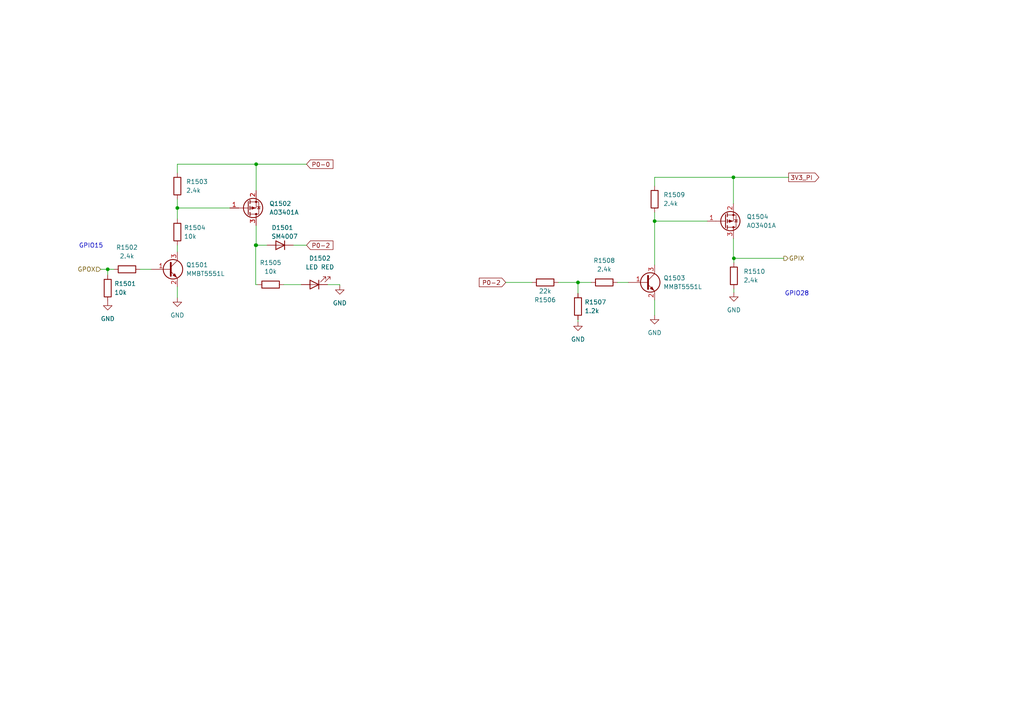
<source format=kicad_sch>
(kicad_sch (version 20211123) (generator eeschema)
  (paper "A4")
  (lib_symbols
    (symbol "Device:LED" (pin_numbers hide) (pin_names (offset 1.016) hide)
      (property "Reference" "D" (at 0 2.54 0))
      (property "Value" "LED" (at 0 -2.54 0))
      (symbol "LED_0_1"
        (polyline (pts (xy -1.27 -1.27) (xy -1.27 1.27)) (stroke (width 0.254)))
        (polyline (pts (xy -1.27 0) (xy 1.27 0)))
        (polyline (pts (xy 1.27 -1.27) (xy 1.27 1.27) (xy -1.27 0) (xy 1.27 -1.27)) (stroke (width 0.254)))
        (polyline (pts (xy -3.048 -0.762) (xy -4.572 -2.286) (xy -3.81 -2.286) (xy -4.572 -2.286) (xy -4.572 -1.524)))
        (polyline (pts (xy -1.778 -0.762) (xy -3.302 -2.286) (xy -2.54 -2.286) (xy -3.302 -2.286) (xy -3.302 -1.524)))
      )
      (symbol "LED_1_1"
        (pin passive line (at -3.81 0 0) (length 2.54) (name "K") (number "1"))
        (pin passive line (at 3.81 0 180) (length 2.54) (name "A") (number "2"))
      )
    )
    (symbol "Device:R" (pin_numbers hide) (pin_names (offset 0))
      (property "Reference" "R" (at 2.032 0 90))
      (property "Value" "R" (at 0 0 90))
      (symbol "R_0_1"
        (rectangle (start -1.016 -2.54) (end 1.016 2.54) (stroke (width 0.254)))
      )
      (symbol "R_1_1"
        (pin passive line (at 0 3.81 270) (length 1.27) (name "~") (number "1"))
        (pin passive line (at 0 -3.81 90) (length 1.27) (name "~") (number "2"))
      )
    )
    (symbol "Diode:SM4007" (pin_numbers hide) (pin_names (offset 1.016) hide)
      (property "Reference" "D" (at 0 2.54 0))
      (property "Value" "SM4007" (at 0 -2.54 0))
      (symbol "SM4007_0_1"
        (polyline (pts (xy -1.27 1.27) (xy -1.27 -1.27)) (stroke (width 0.254)))
        (polyline (pts (xy 1.27 0) (xy -1.27 0)))
        (polyline (pts (xy 1.27 1.27) (xy 1.27 -1.27) (xy -1.27 0) (xy 1.27 1.27)) (stroke (width 0.254)))
      )
      (symbol "SM4007_1_1"
        (pin passive line (at -3.81 0 0) (length 2.54) (name "K") (number "1"))
        (pin passive line (at 3.81 0 180) (length 2.54) (name "A") (number "2"))
      )
    )
    (symbol "Transistor_BJT:MMBT5551L" (pin_names (offset 0) hide)
      (property "Reference" "Q" (at 5.08 1.905 0))
      (property "Value" "MMBT5551L" (at 5.08 0 0))
      (symbol "MMBT5551L_0_1"
        (polyline (pts (xy 0.635 0.635) (xy 2.54 2.54)))
        (polyline (pts (xy 0.635 -0.635) (xy 2.54 -2.54) (xy 2.54 -2.54)))
        (polyline (pts (xy 0.635 1.905) (xy 0.635 -1.905) (xy 0.635 -1.905)) (stroke (width 0.508)))
        (polyline (pts (xy 1.27 -1.778) (xy 1.778 -1.27) (xy 2.286 -2.286) (xy 1.27 -1.778) (xy 1.27 -1.778)) (fill (type outline)))
        (circle (center 1.27 0) (radius 2.8194) (stroke (width 0.254)))
      )
      (symbol "MMBT5551L_1_1"
        (pin input line (at -5.08 0 0) (length 5.715) (name "B") (number "1"))
        (pin passive line (at 2.54 -5.08 90) (length 2.54) (name "E") (number "2"))
        (pin passive line (at 2.54 5.08 270) (length 2.54) (name "C") (number "3"))
      )
    )
    (symbol "Transistor_FET:AO3401A" (pin_names hide)
      (property "Reference" "Q" (at 5.08 1.905 0))
      (property "Value" "AO3401A" (at 5.08 0 0))
      (symbol "AO3401A_0_1"
        (polyline (pts (xy 0.254 0) (xy -2.54 0)))
        (polyline (pts (xy 0.254 1.905) (xy 0.254 -1.905)) (stroke (width 0.254)))
        (polyline (pts (xy 0.762 -1.27) (xy 0.762 -2.286)) (stroke (width 0.254)))
        (polyline (pts (xy 0.762 0.508) (xy 0.762 -0.508)) (stroke (width 0.254)))
        (polyline (pts (xy 0.762 2.286) (xy 0.762 1.27)) (stroke (width 0.254)))
        (polyline (pts (xy 2.54 2.54) (xy 2.54 1.778)))
        (polyline (pts (xy 2.54 -2.54) (xy 2.54 0) (xy 0.762 0)))
        (polyline (pts (xy 0.762 1.778) (xy 3.302 1.778) (xy 3.302 -1.778) (xy 0.762 -1.778)))
        (polyline (pts (xy 2.286 0) (xy 1.27 0.381) (xy 1.27 -0.381) (xy 2.286 0)) (fill (type outline)))
        (polyline (pts (xy 2.794 -0.508) (xy 2.921 -0.381) (xy 3.683 -0.381) (xy 3.81 -0.254)))
        (polyline (pts (xy 3.302 -0.381) (xy 2.921 0.254) (xy 3.683 0.254) (xy 3.302 -0.381)))
        (circle (center 1.651 0) (radius 2.794) (stroke (width 0.254)))
        (circle (center 2.54 -1.778) (radius 0.254) (fill (type outline)))
        (circle (center 2.54 1.778) (radius 0.254) (fill (type outline)))
      )
      (symbol "AO3401A_1_1"
        (pin input line (at -5.08 0 0) (length 2.54) (name "G") (number "1"))
        (pin passive line (at 2.54 -5.08 90) (length 2.54) (name "S") (number "2"))
        (pin passive line (at 2.54 5.08 270) (length 2.54) (name "D") (number "3"))
      )
    )
    (symbol "power:GND" (power) (pin_names (offset 0))
      (property "Value" "GND" (at 0 -3.81 0))
      (symbol "GND_0_1"
        (polyline (pts (xy 0 0) (xy 0 -1.27) (xy 1.27 -1.27) (xy 0 -2.54) (xy -1.27 -1.27) (xy 0 -1.27)))
      )
      (symbol "GND_1_1"
        (pin power_in line (at 0 0 270) (length 0) hide (name "GND") (number "1"))
      )
    )
  )
  (junction (at 51.435 60.325))
  (junction (at 212.725 51.435))
  (junction (at 212.852 74.93))
  (junction (at 74.295 47.625))
  (junction (at 189.865 64.135))
  (junction (at 31.242 78.105))
  (junction (at 167.64 81.915))
  (junction (at 74.168 71.12))
  (junction (at 74.295 71.12))
  (wire (pts (xy 51.435 57.785) (xy 51.435 60.325)))
  (wire (pts (xy 212.725 51.435) (xy 228.727 51.435)))
  (wire (pts (xy 74.295 47.625) (xy 51.435 47.625)))
  (wire (pts (xy 146.685 81.915) (xy 154.305 81.915)))
  (wire (pts (xy 189.865 86.995) (xy 189.865 91.44)))
  (wire (pts (xy 212.852 76.2) (xy 212.852 74.93)))
  (wire (pts (xy 74.168 82.55) (xy 74.676 82.55)))
  (wire (pts (xy 189.865 61.595) (xy 189.865 64.135)))
  (wire (pts (xy 31.242 78.105) (xy 31.242 79.756)))
  (wire (pts (xy 167.64 81.915) (xy 171.45 81.915)))
  (wire (pts (xy 212.852 83.82) (xy 212.852 84.836)))
  (wire (pts (xy 74.295 71.12) (xy 77.47 71.12)))
  (wire (pts (xy 85.09 71.12) (xy 88.9 71.12)))
  (wire (pts (xy 82.296 82.55) (xy 87.376 82.55)))
  (wire (pts (xy 74.168 71.12) (xy 74.295 71.12)))
  (wire (pts (xy 74.295 47.625) (xy 74.295 55.245)))
  (wire (pts (xy 31.242 78.105) (xy 33.02 78.105)))
  (wire (pts (xy 40.64 78.105) (xy 43.815 78.105)))
  (wire (pts (xy 161.925 81.915) (xy 167.64 81.915)))
  (wire (pts (xy 212.725 69.215) (xy 212.725 74.93)))
  (wire (pts (xy 189.865 64.135) (xy 205.105 64.135)))
  (wire (pts (xy 179.07 81.915) (xy 182.245 81.915)))
  (wire (pts (xy 94.996 82.55) (xy 98.552 82.55)))
  (wire (pts (xy 212.725 51.435) (xy 212.725 59.055)))
  (wire (pts (xy 189.865 64.135) (xy 189.865 76.835)))
  (wire (pts (xy 51.435 71.12) (xy 51.435 73.025)))
  (wire (pts (xy 212.852 74.93) (xy 227.33 74.93)))
  (wire (pts (xy 74.295 65.405) (xy 74.295 71.12)))
  (wire (pts (xy 167.64 93.345) (xy 167.64 92.71)))
  (wire (pts (xy 88.9 47.625) (xy 74.295 47.625)))
  (wire (pts (xy 189.865 51.435) (xy 189.865 53.975)))
  (wire (pts (xy 51.435 60.325) (xy 66.675 60.325)))
  (wire (pts (xy 51.435 83.185) (xy 51.435 86.36)))
  (wire (pts (xy 51.435 47.625) (xy 51.435 50.165)))
  (wire (pts (xy 74.168 82.55) (xy 74.168 71.12)))
  (wire (pts (xy 29.21 78.105) (xy 31.242 78.105)))
  (wire (pts (xy 51.435 60.325) (xy 51.435 63.5)))
  (wire (pts (xy 98.552 82.55) (xy 98.552 82.804)))
  (wire (pts (xy 212.725 74.93) (xy 212.852 74.93)))
  (wire (pts (xy 212.725 51.435) (xy 189.865 51.435)))
  (wire (pts (xy 167.64 81.915) (xy 167.64 85.09)))
  (text "GPIO15" (at 22.86 72.136 0) (effects (font (size 1.27 1.27)) (justify left bottom)))
  (text "GPIO28\n" (at 227.584 85.979 0) (effects (font (size 1.27 1.27)) (justify left bottom)))
  (global_label "P0-2" (shape input) (at 88.9 71.12 0) (property "Intersheet References" "${INTERSHEET_REFS}" (effects hide)))
  (global_label "P0-2" (shape input) (at 146.685 81.915 180) (property "Intersheet References" "${INTERSHEET_REFS}" (effects hide)))
  (global_label "P0-0" (shape input) (at 88.9 47.625 0) (property "Intersheet References" "${INTERSHEET_REFS}" (effects hide)))
  (global_label "3V3_PI" (shape output) (at 228.727 51.435 0) (property "Intersheet References" "${INTERSHEET_REFS}" (effects hide)))
  (hierarchical_label "GPOX" (shape input) (at 29.21 78.105 180))
  (hierarchical_label "GPIX" (shape output) (at 227.33 74.93 0))
  (symbol (lib_id "power:GND") (at 51.435 86.36 0) (unit 1)
    (property "Reference" "#PWR01502" (effects hide))
    (property "Value" "GND" (at 51.435 91.44 0))
  )
  (symbol (lib_id "power:GND") (at 31.242 87.376 0) (unit 1)
    (property "Reference" "#PWR01501" (effects hide))
    (property "Value" "GND" (at 31.242 92.456 0))
  )
  (symbol (lib_id "Device:R") (at 212.852 80.01 180) (unit 1)
    (property "Reference" "R1510" (at 215.646 78.7399 0) (effects (justify right)))
    (property "Value" "2.4k" (at 215.646 81.2799 0) (effects (justify right)))
    (property "Footprint" "Footprints:R_0402_1005Metric" (effects hide))
    (property "LCSC" "C25882" (effects hide))
  )
  (symbol (lib_id "Device:R") (at 167.64 88.9 180) (unit 1)
    (property "Reference" "R1507" (at 169.545 87.6299 0) (effects (justify right)))
    (property "Value" "1.2k" (at 169.545 90.1699 0) (effects (justify right)))
    (property "Footprint" "Footprints:R_0402_1005Metric" (effects hide))
    (property "LCSC" "C25862" (effects hide))
  )
  (symbol (lib_id "Device:R") (at 189.865 57.785 0) (unit 1)
    (property "Reference" "R1509" (at 192.405 56.5149 0) (effects (justify left)))
    (property "Value" "2.4k" (at 192.405 59.0549 0) (effects (justify left)))
    (property "Footprint" "Footprints:R_0402_1005Metric" (effects hide))
    (property "LCSC" "C25882" (effects hide))
  )
  (symbol (lib_id "Device:R") (at 78.486 82.55 270) (unit 1)
    (property "Reference" "R1505" (at 78.486 76.2 90))
    (property "Value" "10k" (at 78.486 78.74 90))
    (property "Footprint" "Footprints:R_0402_1005Metric" (effects hide))
    (property "LCSC" "C25744" (effects hide))
  )
  (symbol (lib_id "Transistor_FET:AO3401A") (at 210.185 64.135 0) (mirror x) (unit 1)
    (property "Reference" "Q1504" (at 216.535 62.8649 0) (effects (justify left)))
    (property "Value" "AO3401A" (at 216.535 65.4049 0) (effects (justify left)))
    (property "Footprint" "Package_TO_SOT_SMD:SOT-23" (effects hide))
    (property "Datasheet" "http://www.aosmd.com/pdfs/datasheet/AO3401A.pdf" (effects hide))
    (property "LCSC" "C15127" (effects hide))
  )
  (symbol (lib_id "power:GND") (at 189.865 91.44 0) (unit 1)
    (property "Reference" "#PWR01505" (effects hide))
    (property "Value" "GND" (at 189.865 96.52 0))
  )
  (symbol (lib_id "Device:R") (at 175.26 81.915 270) (unit 1)
    (property "Reference" "R1508" (at 175.26 75.565 90))
    (property "Value" "2.4k" (at 175.26 78.105 90))
    (property "Footprint" "Footprints:R_0402_1005Metric" (effects hide))
    (property "LCSC" "C25882" (effects hide))
  )
  (symbol (lib_id "Device:R") (at 51.435 67.31 0) (unit 1)
    (property "Reference" "R1504" (at 53.34 66.0399 0) (effects (justify left)))
    (property "Value" "10k" (at 53.34 68.5799 0) (effects (justify left)))
    (property "Footprint" "Footprints:R_0402_1005Metric" (effects hide))
    (property "LCSC" "C25744" (effects hide))
  )
  (symbol (lib_id "Transistor_BJT:MMBT5551L") (at 187.325 81.915 0) (unit 1)
    (property "Reference" "Q1503" (at 192.405 80.6449 0) (effects (justify left)))
    (property "Value" "MMBT5551L" (at 192.405 83.1849 0) (effects (justify left)))
    (property "Footprint" "Package_TO_SOT_SMD:SOT-23" (effects hide))
    (property "Datasheet" "www.onsemi.com/pub/Collateral/MMBT5550LT1-D.PDF" (effects hide))
    (property "LCSC" "C2145" (effects hide))
  )
  (symbol (lib_id "power:GND") (at 98.552 82.804 0) (unit 1)
    (property "Reference" "#PWR01503" (effects hide))
    (property "Value" "GND" (at 98.552 87.884 0))
  )
  (symbol (lib_id "Transistor_BJT:MMBT5551L") (at 48.895 78.105 0) (unit 1)
    (property "Reference" "Q1501" (at 53.975 76.8349 0) (effects (justify left)))
    (property "Value" "MMBT5551L" (at 53.975 79.3749 0) (effects (justify left)))
    (property "Footprint" "Package_TO_SOT_SMD:SOT-23" (effects hide))
    (property "Datasheet" "www.onsemi.com/pub/Collateral/MMBT5550LT1-D.PDF" (effects hide))
    (property "LCSC" "C2145" (effects hide))
  )
  (symbol (lib_id "Transistor_FET:AO3401A") (at 71.755 60.325 0) (mirror x) (unit 1)
    (property "Reference" "Q1502" (at 78.105 59.0549 0) (effects (justify left)))
    (property "Value" "AO3401A" (at 78.105 61.5949 0) (effects (justify left)))
    (property "Footprint" "Package_TO_SOT_SMD:SOT-23" (effects hide))
    (property "Datasheet" "http://www.aosmd.com/pdfs/datasheet/AO3401A.pdf" (effects hide))
    (property "LCSC" "C15127" (effects hide))
  )
  (symbol (lib_id "Device:R") (at 158.115 81.915 90) (unit 1)
    (property "Reference" "R1506" (at 158.115 86.995 90))
    (property "Value" "22k" (at 158.115 84.455 90))
    (property "Footprint" "Footprints:R_0402_1005Metric" (effects hide))
    (property "LCSC" "C25768" (effects hide))
  )
  (symbol (lib_id "Device:R") (at 36.83 78.105 270) (unit 1)
    (property "Reference" "R1502" (at 36.83 71.755 90))
    (property "Value" "2.4k" (at 36.83 74.295 90))
    (property "Footprint" "Footprints:R_0402_1005Metric" (effects hide))
    (property "LCSC" "C25882" (effects hide))
  )
  (symbol (lib_id "Device:LED") (at 91.186 82.55 180) (unit 1)
    (property "Reference" "D1502" (at 92.7735 74.93 0))
    (property "Value" "LED RED" (at 92.7735 77.47 0))
    (property "Footprint" "Footprints:LED_0603_1608Metric" (effects hide))
    (property "LCSC" "C2286" (effects hide))
  )
  (symbol (lib_id "power:GND") (at 212.852 84.836 0) (unit 1)
    (property "Reference" "#PWR01506" (effects hide))
    (property "Value" "GND" (at 212.852 89.916 0))
  )
  (symbol (lib_id "power:GND") (at 167.64 93.345 0) (unit 1)
    (property "Reference" "#PWR01504" (effects hide))
    (property "Value" "GND" (at 167.64 98.425 0))
  )
  (symbol (lib_id "Device:R") (at 51.435 53.975 0) (unit 1)
    (property "Reference" "R1503" (at 53.975 52.7049 0) (effects (justify left)))
    (property "Value" "2.4k" (at 53.975 55.2449 0) (effects (justify left)))
    (property "Footprint" "Footprints:R_0402_1005Metric" (effects hide))
    (property "LCSC" "C25882" (effects hide))
  )
  (symbol (lib_id "Diode:SM4007") (at 81.28 71.12 180) (unit 1)
    (property "Reference" "D1501" (at 81.915 66.04 0))
    (property "Value" "SM4007" (at 82.55 68.58 0))
    (property "Footprint" "Diode_SMD:D_MELF" (effects hide))
    (property "Datasheet" "http://cdn-reichelt.de/documents/datenblatt/A400/SMD1N400%23DIO.pdf" (effects hide))
    (property "LCSC" "C64898" (effects hide))
  )
  (symbol (lib_id "Device:R") (at 31.242 83.566 0) (unit 1)
    (property "Reference" "R1501" (at 33.147 82.2959 0) (effects (justify left)))
    (property "Value" "10k" (at 33.147 84.8359 0) (effects (justify left)))
    (property "Footprint" "Footprints:R_0402_1005Metric" (effects hide))
    (property "LCSC" "C25744" (effects hide))
  )
)
</source>
